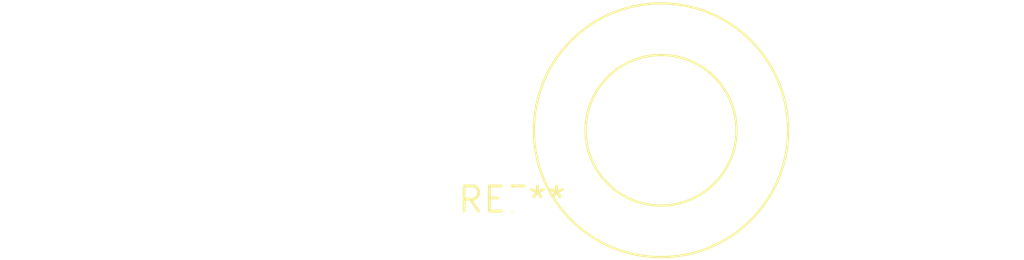
<source format=kicad_pcb>
(kicad_pcb (version 20240108) (generator pcbnew)
  (layers (0 "F.Cu" signal) (31 "B.Cu" signal) (34 "B.Paste" user) (35 "F.Paste" user) (36 "B.SilkS" user "B.Silkscreen") (37 "F.SilkS" user "F.Silkscreen") (38 "B.Mask" user) (39 "F.Mask" user) (44 "Edge.Cuts" user))
  (net 0 "")
  (footprint "Transformer_Toroid_Horizontal_D12.5mm_Amidon-T44" (layer "F.Cu") (at 0 0)
    (property "Reference" "REF**")
    (property "Value" "Transformer_Toroid_Horizontal_D12.5mm_Amidon-T44")
    (fp_circle (center 7.5 -3.5) (end 11.3 -3.5) (layer "F.SilkS") (stroke (width 0.12)) (fill none))
    (fp_circle (center 7.5 -3.5) (end 13.9 -3.7) (layer "F.SilkS") (stroke (width 0.12)) (fill none))
    (pad "1" thru_hole circle (at 0 0) (size 3 3) (drill 1.2) (layers *.Cu *.Mask) (remove_unused_layers))
    (pad "2" thru_hole circle (at 15 0) (size 3 3) (drill 1.2) (layers *.Cu *.Mask) (remove_unused_layers))
    (pad "3" thru_hole circle (at 0 -7) (size 3 3) (drill 1.2) (layers *.Cu *.Mask) (remove_unused_layers))
    (pad "4" thru_hole circle (at 15 -7) (size 3 3) (drill 1.2) (layers *.Cu *.Mask) (remove_unused_layers))
  )
)
</source>
